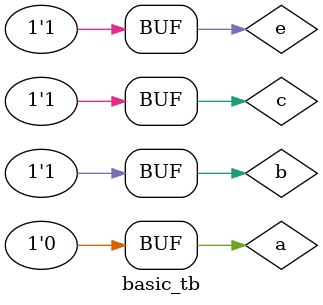
<source format=v>
module basic(a,b,c,e,l);
input a,b,c,e;
output l;
wire h,i,j,k,error;
and g1(h,a,b);
and g2(i,b,c);
not g3(j,i);
or g4(k,h,j);
and g5(l,error,e);
or g6(error,1'b1,k);
endmodule


module basic_tb();
reg a,b,c,e;
wire l;
basic uut(a,b,c,e,l);
initial begin

a=0; b=0; c=0; e=0; #10;
a=1; b=1; c=1; e=1; #10;
a=1; b=1; c=0; e=1; #10;
a=1; b=0; c=1; e=1; #10;
a=0; b=0; c=1; e=1; #10;
a=0; b=0; c=0; e=1; #10;
a=1; b=0; c=0; e=1; #10;

a=0; b=1; c=1; e=1; #10;

end
endmodule

</source>
